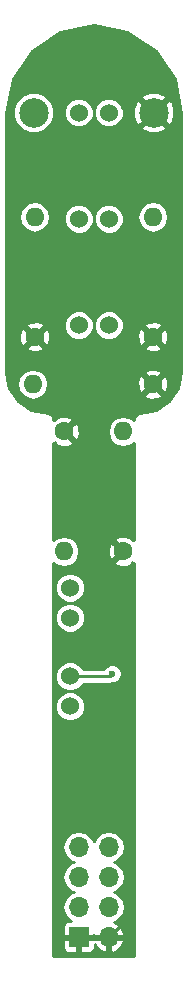
<source format=gbl>
G04 #@! TF.FileFunction,Copper,L2,Bot,Signal*
%FSLAX46Y46*%
G04 Gerber Fmt 4.6, Leading zero omitted, Abs format (unit mm)*
G04 Created by KiCad (PCBNEW 4.0.6-e0-6349~53~ubuntu16.04.1) date Fri Mar 24 12:12:28 2017*
%MOMM*%
%LPD*%
G01*
G04 APERTURE LIST*
%ADD10C,0.100000*%
%ADD11R,1.700000X1.700000*%
%ADD12O,1.700000X1.700000*%
%ADD13C,2.499360*%
%ADD14C,1.600000*%
%ADD15O,1.600000X1.600000*%
%ADD16C,1.524000*%
%ADD17C,0.600000*%
%ADD18C,0.250000*%
G04 APERTURE END LIST*
D10*
D11*
X2730000Y2190000D03*
D12*
X5270000Y2190000D03*
X2730000Y4730000D03*
X5270000Y4730000D03*
X2730000Y7270000D03*
X5270000Y7270000D03*
X2730000Y9810000D03*
X5270000Y9810000D03*
D13*
X9080000Y72000000D03*
X-1080000Y72000000D03*
D14*
X9000000Y53000000D03*
D15*
X9000000Y63160000D03*
D14*
X-1000000Y53000000D03*
D15*
X-1000000Y63160000D03*
D14*
X9000000Y49000000D03*
D15*
X-1160000Y49000000D03*
D14*
X1500000Y45000000D03*
D15*
X1500000Y34840000D03*
D14*
X6500000Y34840000D03*
D15*
X6500000Y45000000D03*
D16*
X2730000Y72000000D03*
X5270000Y72000000D03*
X2730000Y63000000D03*
X5270000Y63000000D03*
X2730000Y54000000D03*
X5270000Y54000000D03*
X2000000Y31770000D03*
X2000000Y29230000D03*
X2000000Y24270000D03*
X2000000Y21730000D03*
D17*
X2250000Y48750000D03*
X6250000Y38750000D03*
X1750000Y38750000D03*
X2500000Y26500000D03*
X2500000Y13500000D03*
X6500000Y13500000D03*
X5575030Y24500000D03*
D18*
X4750000Y37250000D02*
X6250000Y38750000D01*
X4250000Y36750000D02*
X4750000Y37250000D01*
X4750000Y37250000D02*
X4750000Y46250000D01*
X4750000Y46250000D02*
X2250000Y48750000D01*
X4250000Y36000000D02*
X4250000Y36250000D01*
X4250000Y33500000D02*
X4250000Y36000000D01*
X4250000Y36000000D02*
X4250000Y36750000D01*
X4250000Y36250000D02*
X1750000Y38750000D01*
X6500000Y31250000D02*
X4250000Y33500000D01*
X6500000Y26500000D02*
X6500000Y31250000D01*
X6500000Y26500000D02*
X2500000Y26500000D01*
X6500000Y13500000D02*
X6500000Y26500000D01*
X6500000Y13500000D02*
X2500000Y13500000D01*
X5270000Y2190000D02*
X7000000Y3920000D01*
X7000000Y3920000D02*
X7000000Y13000000D01*
X7000000Y13000000D02*
X6500000Y13500000D01*
X2000000Y24270000D02*
X5345030Y24270000D01*
X5345030Y24270000D02*
X5575030Y24500000D01*
G36*
X6837114Y78849397D02*
X9242302Y77242302D01*
X10849397Y74837114D01*
X11425000Y71943370D01*
X11425000Y50056635D01*
X11153879Y48693619D01*
X10413875Y47586125D01*
X9306381Y46846121D01*
X7887823Y46563952D01*
X7835501Y46542279D01*
X7779957Y46531231D01*
X7732869Y46499768D01*
X7680547Y46478095D01*
X7640500Y46438048D01*
X7593414Y46406586D01*
X7561952Y46359500D01*
X7521905Y46319453D01*
X7500232Y46267131D01*
X7468769Y46220043D01*
X7457721Y46164499D01*
X7436048Y46112177D01*
X7436048Y46055542D01*
X7425000Y46000000D01*
X7425000Y45936086D01*
X7419239Y45944708D01*
X6997488Y46226512D01*
X6500000Y46325469D01*
X6002512Y46226512D01*
X5580761Y45944708D01*
X5298957Y45522957D01*
X5200000Y45025469D01*
X5200000Y44974531D01*
X5298957Y44477043D01*
X5580761Y44055292D01*
X6002512Y43773488D01*
X6500000Y43674531D01*
X6997488Y43773488D01*
X7419239Y44055292D01*
X7425000Y44063914D01*
X7425000Y35786033D01*
X7347127Y35863906D01*
X7255856Y35772635D01*
X7174492Y35981021D01*
X6686500Y36152283D01*
X6170115Y36123762D01*
X5825508Y35981021D01*
X5744143Y35772634D01*
X6500000Y35016777D01*
X6514142Y35030919D01*
X6690919Y34854142D01*
X6676777Y34840000D01*
X6690919Y34825858D01*
X6514142Y34649081D01*
X6500000Y34663223D01*
X5744143Y33907366D01*
X5825508Y33698979D01*
X6313500Y33527717D01*
X6829885Y33556238D01*
X7174492Y33698979D01*
X7255856Y33907365D01*
X7347127Y33816094D01*
X7425000Y33893967D01*
X7425000Y575000D01*
X575000Y575000D01*
X575000Y1940000D01*
X1380000Y1940000D01*
X1380000Y1240544D01*
X1456121Y1056773D01*
X1596773Y916120D01*
X1780544Y840000D01*
X2480000Y840000D01*
X2605000Y965000D01*
X2605000Y2065000D01*
X2855000Y2065000D01*
X2855000Y965000D01*
X2980000Y840000D01*
X3679456Y840000D01*
X3863227Y916120D01*
X4003879Y1056773D01*
X4080000Y1240544D01*
X4080000Y1571129D01*
X4109038Y1501020D01*
X4461072Y1109184D01*
X4936258Y881893D01*
X5145000Y970789D01*
X5145000Y2065000D01*
X5395000Y2065000D01*
X5395000Y970789D01*
X5603742Y881893D01*
X6078928Y1109184D01*
X6430962Y1501020D01*
X6578097Y1856260D01*
X6488606Y2065000D01*
X5395000Y2065000D01*
X5145000Y2065000D01*
X4051394Y2065000D01*
X4022469Y1997531D01*
X3955000Y2065000D01*
X2855000Y2065000D01*
X2605000Y2065000D01*
X1505000Y2065000D01*
X1380000Y1940000D01*
X575000Y1940000D01*
X575000Y9810000D01*
X1353552Y9810000D01*
X1456315Y9293377D01*
X1748958Y8855406D01*
X2186929Y8562763D01*
X2301366Y8540000D01*
X2186929Y8517237D01*
X1748958Y8224594D01*
X1456315Y7786623D01*
X1353552Y7270000D01*
X1456315Y6753377D01*
X1748958Y6315406D01*
X2186929Y6022763D01*
X2301366Y6000000D01*
X2186929Y5977237D01*
X1748958Y5684594D01*
X1456315Y5246623D01*
X1353552Y4730000D01*
X1456315Y4213377D01*
X1748958Y3775406D01*
X2101268Y3540000D01*
X1780544Y3540000D01*
X1596773Y3463880D01*
X1456121Y3323227D01*
X1380000Y3139456D01*
X1380000Y2440000D01*
X1505000Y2315000D01*
X2605000Y2315000D01*
X2605000Y2335000D01*
X2855000Y2335000D01*
X2855000Y2315000D01*
X3955000Y2315000D01*
X4022469Y2382469D01*
X4051394Y2315000D01*
X5145000Y2315000D01*
X5145000Y2335000D01*
X5395000Y2335000D01*
X5395000Y2315000D01*
X6488606Y2315000D01*
X6578097Y2523740D01*
X6430962Y2878980D01*
X6078928Y3270816D01*
X5687882Y3457861D01*
X5813071Y3482763D01*
X6251042Y3775406D01*
X6543685Y4213377D01*
X6646448Y4730000D01*
X6543685Y5246623D01*
X6251042Y5684594D01*
X5813071Y5977237D01*
X5698634Y6000000D01*
X5813071Y6022763D01*
X6251042Y6315406D01*
X6543685Y6753377D01*
X6646448Y7270000D01*
X6543685Y7786623D01*
X6251042Y8224594D01*
X5813071Y8517237D01*
X5698634Y8540000D01*
X5813071Y8562763D01*
X6251042Y8855406D01*
X6543685Y9293377D01*
X6646448Y9810000D01*
X6543685Y10326623D01*
X6251042Y10764594D01*
X5813071Y11057237D01*
X5296448Y11160000D01*
X5243552Y11160000D01*
X4726929Y11057237D01*
X4288958Y10764594D01*
X4000000Y10332138D01*
X3711042Y10764594D01*
X3273071Y11057237D01*
X2756448Y11160000D01*
X2703552Y11160000D01*
X2186929Y11057237D01*
X1748958Y10764594D01*
X1456315Y10326623D01*
X1353552Y9810000D01*
X575000Y9810000D01*
X575000Y21480074D01*
X737781Y21480074D01*
X929505Y21016068D01*
X1284201Y20660752D01*
X1747871Y20468220D01*
X2249926Y20467781D01*
X2713932Y20659505D01*
X3069248Y21014201D01*
X3261780Y21477871D01*
X3262219Y21979926D01*
X3070495Y22443932D01*
X2715799Y22799248D01*
X2252129Y22991780D01*
X1750074Y22992219D01*
X1286068Y22800495D01*
X930752Y22445799D01*
X738220Y21982129D01*
X737781Y21480074D01*
X575000Y21480074D01*
X575000Y24020074D01*
X737781Y24020074D01*
X929505Y23556068D01*
X1284201Y23200752D01*
X1747871Y23008220D01*
X2249926Y23007781D01*
X2713932Y23199505D01*
X3069248Y23554201D01*
X3106951Y23645000D01*
X5345030Y23645000D01*
X5584207Y23692575D01*
X5595292Y23699982D01*
X5733462Y23699861D01*
X6027602Y23821397D01*
X6252842Y24046245D01*
X6374891Y24340172D01*
X6375169Y24658432D01*
X6253633Y24952572D01*
X6028785Y25177812D01*
X5734858Y25299861D01*
X5416598Y25300139D01*
X5122458Y25178603D01*
X4897218Y24953755D01*
X4872821Y24895000D01*
X3107241Y24895000D01*
X3070495Y24983932D01*
X2715799Y25339248D01*
X2252129Y25531780D01*
X1750074Y25532219D01*
X1286068Y25340495D01*
X930752Y24985799D01*
X738220Y24522129D01*
X737781Y24020074D01*
X575000Y24020074D01*
X575000Y28980074D01*
X737781Y28980074D01*
X929505Y28516068D01*
X1284201Y28160752D01*
X1747871Y27968220D01*
X2249926Y27967781D01*
X2713932Y28159505D01*
X3069248Y28514201D01*
X3261780Y28977871D01*
X3262219Y29479926D01*
X3070495Y29943932D01*
X2715799Y30299248D01*
X2252129Y30491780D01*
X1750074Y30492219D01*
X1286068Y30300495D01*
X930752Y29945799D01*
X738220Y29482129D01*
X737781Y28980074D01*
X575000Y28980074D01*
X575000Y31520074D01*
X737781Y31520074D01*
X929505Y31056068D01*
X1284201Y30700752D01*
X1747871Y30508220D01*
X2249926Y30507781D01*
X2713932Y30699505D01*
X3069248Y31054201D01*
X3261780Y31517871D01*
X3262219Y32019926D01*
X3070495Y32483932D01*
X2715799Y32839248D01*
X2252129Y33031780D01*
X1750074Y33032219D01*
X1286068Y32840495D01*
X930752Y32485799D01*
X738220Y32022129D01*
X737781Y31520074D01*
X575000Y31520074D01*
X575000Y33903914D01*
X580761Y33895292D01*
X1002512Y33613488D01*
X1500000Y33514531D01*
X1997488Y33613488D01*
X2419239Y33895292D01*
X2701043Y34317043D01*
X2800000Y34814531D01*
X2800000Y34865469D01*
X2767969Y35026500D01*
X5187717Y35026500D01*
X5216238Y34510115D01*
X5358979Y34165508D01*
X5567366Y34084143D01*
X6323223Y34840000D01*
X5567366Y35595857D01*
X5358979Y35514492D01*
X5187717Y35026500D01*
X2767969Y35026500D01*
X2701043Y35362957D01*
X2419239Y35784708D01*
X1997488Y36066512D01*
X1500000Y36165469D01*
X1002512Y36066512D01*
X580761Y35784708D01*
X575000Y35776086D01*
X575000Y44053967D01*
X652873Y43976094D01*
X744144Y44067365D01*
X825508Y43858979D01*
X1313500Y43687717D01*
X1829885Y43716238D01*
X2174492Y43858979D01*
X2255857Y44067366D01*
X1500000Y44823223D01*
X1485858Y44809081D01*
X1309081Y44985858D01*
X1323223Y45000000D01*
X1676777Y45000000D01*
X2432634Y44244143D01*
X2641021Y44325508D01*
X2812283Y44813500D01*
X2783762Y45329885D01*
X2641021Y45674492D01*
X2432634Y45755857D01*
X1676777Y45000000D01*
X1323223Y45000000D01*
X1309081Y45014142D01*
X1485858Y45190919D01*
X1500000Y45176777D01*
X2255857Y45932634D01*
X2174492Y46141021D01*
X1686500Y46312283D01*
X1170115Y46283762D01*
X825508Y46141021D01*
X744144Y45932635D01*
X652873Y46023906D01*
X575000Y45946033D01*
X575000Y46000000D01*
X563952Y46055542D01*
X563952Y46112177D01*
X542279Y46164499D01*
X531231Y46220043D01*
X499768Y46267131D01*
X478095Y46319453D01*
X438048Y46359500D01*
X406586Y46406586D01*
X359500Y46438048D01*
X319453Y46478095D01*
X267131Y46499768D01*
X220043Y46531231D01*
X164499Y46542279D01*
X112177Y46563952D01*
X-1306381Y46846121D01*
X-2413875Y47586125D01*
X-3153879Y48693619D01*
X-3214822Y49000000D01*
X-2485469Y49000000D01*
X-2386512Y48502512D01*
X-2104708Y48080761D01*
X-1682957Y47798957D01*
X-1185469Y47700000D01*
X-1134531Y47700000D01*
X-637043Y47798957D01*
X-235340Y48067366D01*
X8244143Y48067366D01*
X8325508Y47858979D01*
X8813500Y47687717D01*
X9329885Y47716238D01*
X9674492Y47858979D01*
X9755857Y48067366D01*
X9000000Y48823223D01*
X8244143Y48067366D01*
X-235340Y48067366D01*
X-215292Y48080761D01*
X66512Y48502512D01*
X165469Y49000000D01*
X128372Y49186500D01*
X7687717Y49186500D01*
X7716238Y48670115D01*
X7858979Y48325508D01*
X8067366Y48244143D01*
X8823223Y49000000D01*
X9176777Y49000000D01*
X9932634Y48244143D01*
X10141021Y48325508D01*
X10312283Y48813500D01*
X10283762Y49329885D01*
X10141021Y49674492D01*
X9932634Y49755857D01*
X9176777Y49000000D01*
X8823223Y49000000D01*
X8067366Y49755857D01*
X7858979Y49674492D01*
X7687717Y49186500D01*
X128372Y49186500D01*
X66512Y49497488D01*
X-215292Y49919239D01*
X-235339Y49932634D01*
X8244143Y49932634D01*
X9000000Y49176777D01*
X9755857Y49932634D01*
X9674492Y50141021D01*
X9186500Y50312283D01*
X8670115Y50283762D01*
X8325508Y50141021D01*
X8244143Y49932634D01*
X-235339Y49932634D01*
X-637043Y50201043D01*
X-1134531Y50300000D01*
X-1185469Y50300000D01*
X-1682957Y50201043D01*
X-2104708Y49919239D01*
X-2386512Y49497488D01*
X-2485469Y49000000D01*
X-3214822Y49000000D01*
X-3425000Y50056635D01*
X-3425000Y52067366D01*
X-1755857Y52067366D01*
X-1674492Y51858979D01*
X-1186500Y51687717D01*
X-670115Y51716238D01*
X-325508Y51858979D01*
X-244143Y52067366D01*
X8244143Y52067366D01*
X8325508Y51858979D01*
X8813500Y51687717D01*
X9329885Y51716238D01*
X9674492Y51858979D01*
X9755857Y52067366D01*
X9000000Y52823223D01*
X8244143Y52067366D01*
X-244143Y52067366D01*
X-1000000Y52823223D01*
X-1755857Y52067366D01*
X-3425000Y52067366D01*
X-3425000Y53186500D01*
X-2312283Y53186500D01*
X-2283762Y52670115D01*
X-2141021Y52325508D01*
X-1932634Y52244143D01*
X-1176777Y53000000D01*
X-823223Y53000000D01*
X-67366Y52244143D01*
X141021Y52325508D01*
X312283Y52813500D01*
X283762Y53329885D01*
X141021Y53674492D01*
X-52554Y53750074D01*
X1467781Y53750074D01*
X1659505Y53286068D01*
X2014201Y52930752D01*
X2477871Y52738220D01*
X2979926Y52737781D01*
X3443932Y52929505D01*
X3799248Y53284201D01*
X3991780Y53747871D01*
X3991781Y53750074D01*
X4007781Y53750074D01*
X4199505Y53286068D01*
X4554201Y52930752D01*
X5017871Y52738220D01*
X5519926Y52737781D01*
X5983932Y52929505D01*
X6241376Y53186500D01*
X7687717Y53186500D01*
X7716238Y52670115D01*
X7858979Y52325508D01*
X8067366Y52244143D01*
X8823223Y53000000D01*
X9176777Y53000000D01*
X9932634Y52244143D01*
X10141021Y52325508D01*
X10312283Y52813500D01*
X10283762Y53329885D01*
X10141021Y53674492D01*
X9932634Y53755857D01*
X9176777Y53000000D01*
X8823223Y53000000D01*
X8067366Y53755857D01*
X7858979Y53674492D01*
X7687717Y53186500D01*
X6241376Y53186500D01*
X6339248Y53284201D01*
X6531780Y53747871D01*
X6531941Y53932634D01*
X8244143Y53932634D01*
X9000000Y53176777D01*
X9755857Y53932634D01*
X9674492Y54141021D01*
X9186500Y54312283D01*
X8670115Y54283762D01*
X8325508Y54141021D01*
X8244143Y53932634D01*
X6531941Y53932634D01*
X6532219Y54249926D01*
X6340495Y54713932D01*
X5985799Y55069248D01*
X5522129Y55261780D01*
X5020074Y55262219D01*
X4556068Y55070495D01*
X4200752Y54715799D01*
X4008220Y54252129D01*
X4007781Y53750074D01*
X3991781Y53750074D01*
X3992219Y54249926D01*
X3800495Y54713932D01*
X3445799Y55069248D01*
X2982129Y55261780D01*
X2480074Y55262219D01*
X2016068Y55070495D01*
X1660752Y54715799D01*
X1468220Y54252129D01*
X1467781Y53750074D01*
X-52554Y53750074D01*
X-67366Y53755857D01*
X-823223Y53000000D01*
X-1176777Y53000000D01*
X-1932634Y53755857D01*
X-2141021Y53674492D01*
X-2312283Y53186500D01*
X-3425000Y53186500D01*
X-3425000Y53932634D01*
X-1755857Y53932634D01*
X-1000000Y53176777D01*
X-244143Y53932634D01*
X-325508Y54141021D01*
X-813500Y54312283D01*
X-1329885Y54283762D01*
X-1674492Y54141021D01*
X-1755857Y53932634D01*
X-3425000Y53932634D01*
X-3425000Y63185469D01*
X-2300000Y63185469D01*
X-2300000Y63134531D01*
X-2201043Y62637043D01*
X-1919239Y62215292D01*
X-1497488Y61933488D01*
X-1000000Y61834531D01*
X-502512Y61933488D01*
X-80761Y62215292D01*
X201043Y62637043D01*
X223526Y62750074D01*
X1467781Y62750074D01*
X1659505Y62286068D01*
X2014201Y61930752D01*
X2477871Y61738220D01*
X2979926Y61737781D01*
X3443932Y61929505D01*
X3799248Y62284201D01*
X3991780Y62747871D01*
X3991781Y62750074D01*
X4007781Y62750074D01*
X4199505Y62286068D01*
X4554201Y61930752D01*
X5017871Y61738220D01*
X5519926Y61737781D01*
X5983932Y61929505D01*
X6339248Y62284201D01*
X6531780Y62747871D01*
X6532162Y63185469D01*
X7700000Y63185469D01*
X7700000Y63134531D01*
X7798957Y62637043D01*
X8080761Y62215292D01*
X8502512Y61933488D01*
X9000000Y61834531D01*
X9497488Y61933488D01*
X9919239Y62215292D01*
X10201043Y62637043D01*
X10300000Y63134531D01*
X10300000Y63185469D01*
X10201043Y63682957D01*
X9919239Y64104708D01*
X9497488Y64386512D01*
X9000000Y64485469D01*
X8502512Y64386512D01*
X8080761Y64104708D01*
X7798957Y63682957D01*
X7700000Y63185469D01*
X6532162Y63185469D01*
X6532219Y63249926D01*
X6340495Y63713932D01*
X5985799Y64069248D01*
X5522129Y64261780D01*
X5020074Y64262219D01*
X4556068Y64070495D01*
X4200752Y63715799D01*
X4008220Y63252129D01*
X4007781Y62750074D01*
X3991781Y62750074D01*
X3992219Y63249926D01*
X3800495Y63713932D01*
X3445799Y64069248D01*
X2982129Y64261780D01*
X2480074Y64262219D01*
X2016068Y64070495D01*
X1660752Y63715799D01*
X1468220Y63252129D01*
X1467781Y62750074D01*
X223526Y62750074D01*
X300000Y63134531D01*
X300000Y63185469D01*
X201043Y63682957D01*
X-80761Y64104708D01*
X-502512Y64386512D01*
X-1000000Y64485469D01*
X-1497488Y64386512D01*
X-1919239Y64104708D01*
X-2201043Y63682957D01*
X-2300000Y63185469D01*
X-3425000Y63185469D01*
X-3425000Y71653494D01*
X-2829983Y71653494D01*
X-2564171Y71010181D01*
X-2072408Y70517559D01*
X-1429560Y70250625D01*
X-733494Y70250017D01*
X-90181Y70515829D01*
X402441Y71007592D01*
X669375Y71650440D01*
X669462Y71750074D01*
X1467781Y71750074D01*
X1659505Y71286068D01*
X2014201Y70930752D01*
X2477871Y70738220D01*
X2979926Y70737781D01*
X3443932Y70929505D01*
X3799248Y71284201D01*
X3991780Y71747871D01*
X3991781Y71750074D01*
X4007781Y71750074D01*
X4199505Y71286068D01*
X4554201Y70930752D01*
X5017871Y70738220D01*
X5519926Y70737781D01*
X5529860Y70741886D01*
X7998663Y70741886D01*
X8135121Y70486822D01*
X8786114Y70240416D01*
X9481849Y70261891D01*
X10024879Y70486822D01*
X10161337Y70741886D01*
X9080000Y71823223D01*
X7998663Y70741886D01*
X5529860Y70741886D01*
X5983932Y70929505D01*
X6339248Y71284201D01*
X6531780Y71747871D01*
X6532219Y72249926D01*
X6514056Y72293886D01*
X7320416Y72293886D01*
X7341891Y71598151D01*
X7566822Y71055121D01*
X7821886Y70918663D01*
X8903223Y72000000D01*
X9256777Y72000000D01*
X10338114Y70918663D01*
X10593178Y71055121D01*
X10839584Y71706114D01*
X10818109Y72401849D01*
X10593178Y72944879D01*
X10338114Y73081337D01*
X9256777Y72000000D01*
X8903223Y72000000D01*
X7821886Y73081337D01*
X7566822Y72944879D01*
X7320416Y72293886D01*
X6514056Y72293886D01*
X6340495Y72713932D01*
X5985799Y73069248D01*
X5530958Y73258114D01*
X7998663Y73258114D01*
X9080000Y72176777D01*
X10161337Y73258114D01*
X10024879Y73513178D01*
X9373886Y73759584D01*
X8678151Y73738109D01*
X8135121Y73513178D01*
X7998663Y73258114D01*
X5530958Y73258114D01*
X5522129Y73261780D01*
X5020074Y73262219D01*
X4556068Y73070495D01*
X4200752Y72715799D01*
X4008220Y72252129D01*
X4007781Y71750074D01*
X3991781Y71750074D01*
X3992219Y72249926D01*
X3800495Y72713932D01*
X3445799Y73069248D01*
X2982129Y73261780D01*
X2480074Y73262219D01*
X2016068Y73070495D01*
X1660752Y72715799D01*
X1468220Y72252129D01*
X1467781Y71750074D01*
X669462Y71750074D01*
X669983Y72346506D01*
X404171Y72989819D01*
X-87592Y73482441D01*
X-730440Y73749375D01*
X-1426506Y73749983D01*
X-2069819Y73484171D01*
X-2562441Y72992408D01*
X-2829375Y72349560D01*
X-2829983Y71653494D01*
X-3425000Y71653494D01*
X-3425000Y71943365D01*
X-2849397Y74837114D01*
X-1242302Y77242302D01*
X1162886Y78849397D01*
X3999998Y79413735D01*
X6837114Y78849397D01*
X6837114Y78849397D01*
G37*
X6837114Y78849397D02*
X9242302Y77242302D01*
X10849397Y74837114D01*
X11425000Y71943370D01*
X11425000Y50056635D01*
X11153879Y48693619D01*
X10413875Y47586125D01*
X9306381Y46846121D01*
X7887823Y46563952D01*
X7835501Y46542279D01*
X7779957Y46531231D01*
X7732869Y46499768D01*
X7680547Y46478095D01*
X7640500Y46438048D01*
X7593414Y46406586D01*
X7561952Y46359500D01*
X7521905Y46319453D01*
X7500232Y46267131D01*
X7468769Y46220043D01*
X7457721Y46164499D01*
X7436048Y46112177D01*
X7436048Y46055542D01*
X7425000Y46000000D01*
X7425000Y45936086D01*
X7419239Y45944708D01*
X6997488Y46226512D01*
X6500000Y46325469D01*
X6002512Y46226512D01*
X5580761Y45944708D01*
X5298957Y45522957D01*
X5200000Y45025469D01*
X5200000Y44974531D01*
X5298957Y44477043D01*
X5580761Y44055292D01*
X6002512Y43773488D01*
X6500000Y43674531D01*
X6997488Y43773488D01*
X7419239Y44055292D01*
X7425000Y44063914D01*
X7425000Y35786033D01*
X7347127Y35863906D01*
X7255856Y35772635D01*
X7174492Y35981021D01*
X6686500Y36152283D01*
X6170115Y36123762D01*
X5825508Y35981021D01*
X5744143Y35772634D01*
X6500000Y35016777D01*
X6514142Y35030919D01*
X6690919Y34854142D01*
X6676777Y34840000D01*
X6690919Y34825858D01*
X6514142Y34649081D01*
X6500000Y34663223D01*
X5744143Y33907366D01*
X5825508Y33698979D01*
X6313500Y33527717D01*
X6829885Y33556238D01*
X7174492Y33698979D01*
X7255856Y33907365D01*
X7347127Y33816094D01*
X7425000Y33893967D01*
X7425000Y575000D01*
X575000Y575000D01*
X575000Y1940000D01*
X1380000Y1940000D01*
X1380000Y1240544D01*
X1456121Y1056773D01*
X1596773Y916120D01*
X1780544Y840000D01*
X2480000Y840000D01*
X2605000Y965000D01*
X2605000Y2065000D01*
X2855000Y2065000D01*
X2855000Y965000D01*
X2980000Y840000D01*
X3679456Y840000D01*
X3863227Y916120D01*
X4003879Y1056773D01*
X4080000Y1240544D01*
X4080000Y1571129D01*
X4109038Y1501020D01*
X4461072Y1109184D01*
X4936258Y881893D01*
X5145000Y970789D01*
X5145000Y2065000D01*
X5395000Y2065000D01*
X5395000Y970789D01*
X5603742Y881893D01*
X6078928Y1109184D01*
X6430962Y1501020D01*
X6578097Y1856260D01*
X6488606Y2065000D01*
X5395000Y2065000D01*
X5145000Y2065000D01*
X4051394Y2065000D01*
X4022469Y1997531D01*
X3955000Y2065000D01*
X2855000Y2065000D01*
X2605000Y2065000D01*
X1505000Y2065000D01*
X1380000Y1940000D01*
X575000Y1940000D01*
X575000Y9810000D01*
X1353552Y9810000D01*
X1456315Y9293377D01*
X1748958Y8855406D01*
X2186929Y8562763D01*
X2301366Y8540000D01*
X2186929Y8517237D01*
X1748958Y8224594D01*
X1456315Y7786623D01*
X1353552Y7270000D01*
X1456315Y6753377D01*
X1748958Y6315406D01*
X2186929Y6022763D01*
X2301366Y6000000D01*
X2186929Y5977237D01*
X1748958Y5684594D01*
X1456315Y5246623D01*
X1353552Y4730000D01*
X1456315Y4213377D01*
X1748958Y3775406D01*
X2101268Y3540000D01*
X1780544Y3540000D01*
X1596773Y3463880D01*
X1456121Y3323227D01*
X1380000Y3139456D01*
X1380000Y2440000D01*
X1505000Y2315000D01*
X2605000Y2315000D01*
X2605000Y2335000D01*
X2855000Y2335000D01*
X2855000Y2315000D01*
X3955000Y2315000D01*
X4022469Y2382469D01*
X4051394Y2315000D01*
X5145000Y2315000D01*
X5145000Y2335000D01*
X5395000Y2335000D01*
X5395000Y2315000D01*
X6488606Y2315000D01*
X6578097Y2523740D01*
X6430962Y2878980D01*
X6078928Y3270816D01*
X5687882Y3457861D01*
X5813071Y3482763D01*
X6251042Y3775406D01*
X6543685Y4213377D01*
X6646448Y4730000D01*
X6543685Y5246623D01*
X6251042Y5684594D01*
X5813071Y5977237D01*
X5698634Y6000000D01*
X5813071Y6022763D01*
X6251042Y6315406D01*
X6543685Y6753377D01*
X6646448Y7270000D01*
X6543685Y7786623D01*
X6251042Y8224594D01*
X5813071Y8517237D01*
X5698634Y8540000D01*
X5813071Y8562763D01*
X6251042Y8855406D01*
X6543685Y9293377D01*
X6646448Y9810000D01*
X6543685Y10326623D01*
X6251042Y10764594D01*
X5813071Y11057237D01*
X5296448Y11160000D01*
X5243552Y11160000D01*
X4726929Y11057237D01*
X4288958Y10764594D01*
X4000000Y10332138D01*
X3711042Y10764594D01*
X3273071Y11057237D01*
X2756448Y11160000D01*
X2703552Y11160000D01*
X2186929Y11057237D01*
X1748958Y10764594D01*
X1456315Y10326623D01*
X1353552Y9810000D01*
X575000Y9810000D01*
X575000Y21480074D01*
X737781Y21480074D01*
X929505Y21016068D01*
X1284201Y20660752D01*
X1747871Y20468220D01*
X2249926Y20467781D01*
X2713932Y20659505D01*
X3069248Y21014201D01*
X3261780Y21477871D01*
X3262219Y21979926D01*
X3070495Y22443932D01*
X2715799Y22799248D01*
X2252129Y22991780D01*
X1750074Y22992219D01*
X1286068Y22800495D01*
X930752Y22445799D01*
X738220Y21982129D01*
X737781Y21480074D01*
X575000Y21480074D01*
X575000Y24020074D01*
X737781Y24020074D01*
X929505Y23556068D01*
X1284201Y23200752D01*
X1747871Y23008220D01*
X2249926Y23007781D01*
X2713932Y23199505D01*
X3069248Y23554201D01*
X3106951Y23645000D01*
X5345030Y23645000D01*
X5584207Y23692575D01*
X5595292Y23699982D01*
X5733462Y23699861D01*
X6027602Y23821397D01*
X6252842Y24046245D01*
X6374891Y24340172D01*
X6375169Y24658432D01*
X6253633Y24952572D01*
X6028785Y25177812D01*
X5734858Y25299861D01*
X5416598Y25300139D01*
X5122458Y25178603D01*
X4897218Y24953755D01*
X4872821Y24895000D01*
X3107241Y24895000D01*
X3070495Y24983932D01*
X2715799Y25339248D01*
X2252129Y25531780D01*
X1750074Y25532219D01*
X1286068Y25340495D01*
X930752Y24985799D01*
X738220Y24522129D01*
X737781Y24020074D01*
X575000Y24020074D01*
X575000Y28980074D01*
X737781Y28980074D01*
X929505Y28516068D01*
X1284201Y28160752D01*
X1747871Y27968220D01*
X2249926Y27967781D01*
X2713932Y28159505D01*
X3069248Y28514201D01*
X3261780Y28977871D01*
X3262219Y29479926D01*
X3070495Y29943932D01*
X2715799Y30299248D01*
X2252129Y30491780D01*
X1750074Y30492219D01*
X1286068Y30300495D01*
X930752Y29945799D01*
X738220Y29482129D01*
X737781Y28980074D01*
X575000Y28980074D01*
X575000Y31520074D01*
X737781Y31520074D01*
X929505Y31056068D01*
X1284201Y30700752D01*
X1747871Y30508220D01*
X2249926Y30507781D01*
X2713932Y30699505D01*
X3069248Y31054201D01*
X3261780Y31517871D01*
X3262219Y32019926D01*
X3070495Y32483932D01*
X2715799Y32839248D01*
X2252129Y33031780D01*
X1750074Y33032219D01*
X1286068Y32840495D01*
X930752Y32485799D01*
X738220Y32022129D01*
X737781Y31520074D01*
X575000Y31520074D01*
X575000Y33903914D01*
X580761Y33895292D01*
X1002512Y33613488D01*
X1500000Y33514531D01*
X1997488Y33613488D01*
X2419239Y33895292D01*
X2701043Y34317043D01*
X2800000Y34814531D01*
X2800000Y34865469D01*
X2767969Y35026500D01*
X5187717Y35026500D01*
X5216238Y34510115D01*
X5358979Y34165508D01*
X5567366Y34084143D01*
X6323223Y34840000D01*
X5567366Y35595857D01*
X5358979Y35514492D01*
X5187717Y35026500D01*
X2767969Y35026500D01*
X2701043Y35362957D01*
X2419239Y35784708D01*
X1997488Y36066512D01*
X1500000Y36165469D01*
X1002512Y36066512D01*
X580761Y35784708D01*
X575000Y35776086D01*
X575000Y44053967D01*
X652873Y43976094D01*
X744144Y44067365D01*
X825508Y43858979D01*
X1313500Y43687717D01*
X1829885Y43716238D01*
X2174492Y43858979D01*
X2255857Y44067366D01*
X1500000Y44823223D01*
X1485858Y44809081D01*
X1309081Y44985858D01*
X1323223Y45000000D01*
X1676777Y45000000D01*
X2432634Y44244143D01*
X2641021Y44325508D01*
X2812283Y44813500D01*
X2783762Y45329885D01*
X2641021Y45674492D01*
X2432634Y45755857D01*
X1676777Y45000000D01*
X1323223Y45000000D01*
X1309081Y45014142D01*
X1485858Y45190919D01*
X1500000Y45176777D01*
X2255857Y45932634D01*
X2174492Y46141021D01*
X1686500Y46312283D01*
X1170115Y46283762D01*
X825508Y46141021D01*
X744144Y45932635D01*
X652873Y46023906D01*
X575000Y45946033D01*
X575000Y46000000D01*
X563952Y46055542D01*
X563952Y46112177D01*
X542279Y46164499D01*
X531231Y46220043D01*
X499768Y46267131D01*
X478095Y46319453D01*
X438048Y46359500D01*
X406586Y46406586D01*
X359500Y46438048D01*
X319453Y46478095D01*
X267131Y46499768D01*
X220043Y46531231D01*
X164499Y46542279D01*
X112177Y46563952D01*
X-1306381Y46846121D01*
X-2413875Y47586125D01*
X-3153879Y48693619D01*
X-3214822Y49000000D01*
X-2485469Y49000000D01*
X-2386512Y48502512D01*
X-2104708Y48080761D01*
X-1682957Y47798957D01*
X-1185469Y47700000D01*
X-1134531Y47700000D01*
X-637043Y47798957D01*
X-235340Y48067366D01*
X8244143Y48067366D01*
X8325508Y47858979D01*
X8813500Y47687717D01*
X9329885Y47716238D01*
X9674492Y47858979D01*
X9755857Y48067366D01*
X9000000Y48823223D01*
X8244143Y48067366D01*
X-235340Y48067366D01*
X-215292Y48080761D01*
X66512Y48502512D01*
X165469Y49000000D01*
X128372Y49186500D01*
X7687717Y49186500D01*
X7716238Y48670115D01*
X7858979Y48325508D01*
X8067366Y48244143D01*
X8823223Y49000000D01*
X9176777Y49000000D01*
X9932634Y48244143D01*
X10141021Y48325508D01*
X10312283Y48813500D01*
X10283762Y49329885D01*
X10141021Y49674492D01*
X9932634Y49755857D01*
X9176777Y49000000D01*
X8823223Y49000000D01*
X8067366Y49755857D01*
X7858979Y49674492D01*
X7687717Y49186500D01*
X128372Y49186500D01*
X66512Y49497488D01*
X-215292Y49919239D01*
X-235339Y49932634D01*
X8244143Y49932634D01*
X9000000Y49176777D01*
X9755857Y49932634D01*
X9674492Y50141021D01*
X9186500Y50312283D01*
X8670115Y50283762D01*
X8325508Y50141021D01*
X8244143Y49932634D01*
X-235339Y49932634D01*
X-637043Y50201043D01*
X-1134531Y50300000D01*
X-1185469Y50300000D01*
X-1682957Y50201043D01*
X-2104708Y49919239D01*
X-2386512Y49497488D01*
X-2485469Y49000000D01*
X-3214822Y49000000D01*
X-3425000Y50056635D01*
X-3425000Y52067366D01*
X-1755857Y52067366D01*
X-1674492Y51858979D01*
X-1186500Y51687717D01*
X-670115Y51716238D01*
X-325508Y51858979D01*
X-244143Y52067366D01*
X8244143Y52067366D01*
X8325508Y51858979D01*
X8813500Y51687717D01*
X9329885Y51716238D01*
X9674492Y51858979D01*
X9755857Y52067366D01*
X9000000Y52823223D01*
X8244143Y52067366D01*
X-244143Y52067366D01*
X-1000000Y52823223D01*
X-1755857Y52067366D01*
X-3425000Y52067366D01*
X-3425000Y53186500D01*
X-2312283Y53186500D01*
X-2283762Y52670115D01*
X-2141021Y52325508D01*
X-1932634Y52244143D01*
X-1176777Y53000000D01*
X-823223Y53000000D01*
X-67366Y52244143D01*
X141021Y52325508D01*
X312283Y52813500D01*
X283762Y53329885D01*
X141021Y53674492D01*
X-52554Y53750074D01*
X1467781Y53750074D01*
X1659505Y53286068D01*
X2014201Y52930752D01*
X2477871Y52738220D01*
X2979926Y52737781D01*
X3443932Y52929505D01*
X3799248Y53284201D01*
X3991780Y53747871D01*
X3991781Y53750074D01*
X4007781Y53750074D01*
X4199505Y53286068D01*
X4554201Y52930752D01*
X5017871Y52738220D01*
X5519926Y52737781D01*
X5983932Y52929505D01*
X6241376Y53186500D01*
X7687717Y53186500D01*
X7716238Y52670115D01*
X7858979Y52325508D01*
X8067366Y52244143D01*
X8823223Y53000000D01*
X9176777Y53000000D01*
X9932634Y52244143D01*
X10141021Y52325508D01*
X10312283Y52813500D01*
X10283762Y53329885D01*
X10141021Y53674492D01*
X9932634Y53755857D01*
X9176777Y53000000D01*
X8823223Y53000000D01*
X8067366Y53755857D01*
X7858979Y53674492D01*
X7687717Y53186500D01*
X6241376Y53186500D01*
X6339248Y53284201D01*
X6531780Y53747871D01*
X6531941Y53932634D01*
X8244143Y53932634D01*
X9000000Y53176777D01*
X9755857Y53932634D01*
X9674492Y54141021D01*
X9186500Y54312283D01*
X8670115Y54283762D01*
X8325508Y54141021D01*
X8244143Y53932634D01*
X6531941Y53932634D01*
X6532219Y54249926D01*
X6340495Y54713932D01*
X5985799Y55069248D01*
X5522129Y55261780D01*
X5020074Y55262219D01*
X4556068Y55070495D01*
X4200752Y54715799D01*
X4008220Y54252129D01*
X4007781Y53750074D01*
X3991781Y53750074D01*
X3992219Y54249926D01*
X3800495Y54713932D01*
X3445799Y55069248D01*
X2982129Y55261780D01*
X2480074Y55262219D01*
X2016068Y55070495D01*
X1660752Y54715799D01*
X1468220Y54252129D01*
X1467781Y53750074D01*
X-52554Y53750074D01*
X-67366Y53755857D01*
X-823223Y53000000D01*
X-1176777Y53000000D01*
X-1932634Y53755857D01*
X-2141021Y53674492D01*
X-2312283Y53186500D01*
X-3425000Y53186500D01*
X-3425000Y53932634D01*
X-1755857Y53932634D01*
X-1000000Y53176777D01*
X-244143Y53932634D01*
X-325508Y54141021D01*
X-813500Y54312283D01*
X-1329885Y54283762D01*
X-1674492Y54141021D01*
X-1755857Y53932634D01*
X-3425000Y53932634D01*
X-3425000Y63185469D01*
X-2300000Y63185469D01*
X-2300000Y63134531D01*
X-2201043Y62637043D01*
X-1919239Y62215292D01*
X-1497488Y61933488D01*
X-1000000Y61834531D01*
X-502512Y61933488D01*
X-80761Y62215292D01*
X201043Y62637043D01*
X223526Y62750074D01*
X1467781Y62750074D01*
X1659505Y62286068D01*
X2014201Y61930752D01*
X2477871Y61738220D01*
X2979926Y61737781D01*
X3443932Y61929505D01*
X3799248Y62284201D01*
X3991780Y62747871D01*
X3991781Y62750074D01*
X4007781Y62750074D01*
X4199505Y62286068D01*
X4554201Y61930752D01*
X5017871Y61738220D01*
X5519926Y61737781D01*
X5983932Y61929505D01*
X6339248Y62284201D01*
X6531780Y62747871D01*
X6532162Y63185469D01*
X7700000Y63185469D01*
X7700000Y63134531D01*
X7798957Y62637043D01*
X8080761Y62215292D01*
X8502512Y61933488D01*
X9000000Y61834531D01*
X9497488Y61933488D01*
X9919239Y62215292D01*
X10201043Y62637043D01*
X10300000Y63134531D01*
X10300000Y63185469D01*
X10201043Y63682957D01*
X9919239Y64104708D01*
X9497488Y64386512D01*
X9000000Y64485469D01*
X8502512Y64386512D01*
X8080761Y64104708D01*
X7798957Y63682957D01*
X7700000Y63185469D01*
X6532162Y63185469D01*
X6532219Y63249926D01*
X6340495Y63713932D01*
X5985799Y64069248D01*
X5522129Y64261780D01*
X5020074Y64262219D01*
X4556068Y64070495D01*
X4200752Y63715799D01*
X4008220Y63252129D01*
X4007781Y62750074D01*
X3991781Y62750074D01*
X3992219Y63249926D01*
X3800495Y63713932D01*
X3445799Y64069248D01*
X2982129Y64261780D01*
X2480074Y64262219D01*
X2016068Y64070495D01*
X1660752Y63715799D01*
X1468220Y63252129D01*
X1467781Y62750074D01*
X223526Y62750074D01*
X300000Y63134531D01*
X300000Y63185469D01*
X201043Y63682957D01*
X-80761Y64104708D01*
X-502512Y64386512D01*
X-1000000Y64485469D01*
X-1497488Y64386512D01*
X-1919239Y64104708D01*
X-2201043Y63682957D01*
X-2300000Y63185469D01*
X-3425000Y63185469D01*
X-3425000Y71653494D01*
X-2829983Y71653494D01*
X-2564171Y71010181D01*
X-2072408Y70517559D01*
X-1429560Y70250625D01*
X-733494Y70250017D01*
X-90181Y70515829D01*
X402441Y71007592D01*
X669375Y71650440D01*
X669462Y71750074D01*
X1467781Y71750074D01*
X1659505Y71286068D01*
X2014201Y70930752D01*
X2477871Y70738220D01*
X2979926Y70737781D01*
X3443932Y70929505D01*
X3799248Y71284201D01*
X3991780Y71747871D01*
X3991781Y71750074D01*
X4007781Y71750074D01*
X4199505Y71286068D01*
X4554201Y70930752D01*
X5017871Y70738220D01*
X5519926Y70737781D01*
X5529860Y70741886D01*
X7998663Y70741886D01*
X8135121Y70486822D01*
X8786114Y70240416D01*
X9481849Y70261891D01*
X10024879Y70486822D01*
X10161337Y70741886D01*
X9080000Y71823223D01*
X7998663Y70741886D01*
X5529860Y70741886D01*
X5983932Y70929505D01*
X6339248Y71284201D01*
X6531780Y71747871D01*
X6532219Y72249926D01*
X6514056Y72293886D01*
X7320416Y72293886D01*
X7341891Y71598151D01*
X7566822Y71055121D01*
X7821886Y70918663D01*
X8903223Y72000000D01*
X9256777Y72000000D01*
X10338114Y70918663D01*
X10593178Y71055121D01*
X10839584Y71706114D01*
X10818109Y72401849D01*
X10593178Y72944879D01*
X10338114Y73081337D01*
X9256777Y72000000D01*
X8903223Y72000000D01*
X7821886Y73081337D01*
X7566822Y72944879D01*
X7320416Y72293886D01*
X6514056Y72293886D01*
X6340495Y72713932D01*
X5985799Y73069248D01*
X5530958Y73258114D01*
X7998663Y73258114D01*
X9080000Y72176777D01*
X10161337Y73258114D01*
X10024879Y73513178D01*
X9373886Y73759584D01*
X8678151Y73738109D01*
X8135121Y73513178D01*
X7998663Y73258114D01*
X5530958Y73258114D01*
X5522129Y73261780D01*
X5020074Y73262219D01*
X4556068Y73070495D01*
X4200752Y72715799D01*
X4008220Y72252129D01*
X4007781Y71750074D01*
X3991781Y71750074D01*
X3992219Y72249926D01*
X3800495Y72713932D01*
X3445799Y73069248D01*
X2982129Y73261780D01*
X2480074Y73262219D01*
X2016068Y73070495D01*
X1660752Y72715799D01*
X1468220Y72252129D01*
X1467781Y71750074D01*
X669462Y71750074D01*
X669983Y72346506D01*
X404171Y72989819D01*
X-87592Y73482441D01*
X-730440Y73749375D01*
X-1426506Y73749983D01*
X-2069819Y73484171D01*
X-2562441Y72992408D01*
X-2829375Y72349560D01*
X-2829983Y71653494D01*
X-3425000Y71653494D01*
X-3425000Y71943365D01*
X-2849397Y74837114D01*
X-1242302Y77242302D01*
X1162886Y78849397D01*
X3999998Y79413735D01*
X6837114Y78849397D01*
M02*

</source>
